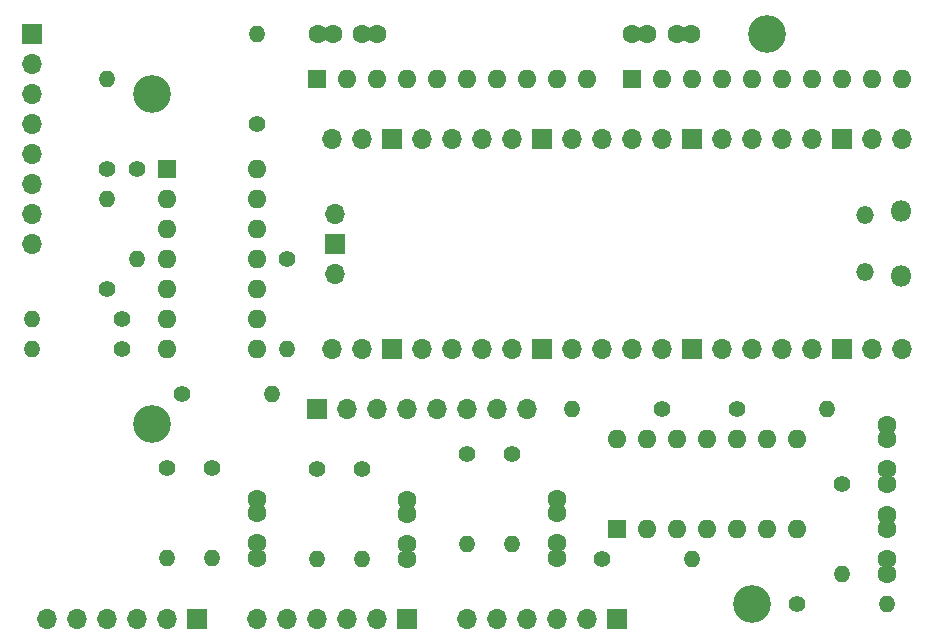
<source format=gbr>
%TF.GenerationSoftware,KiCad,Pcbnew,7.0.7*%
%TF.CreationDate,2024-05-24T10:33:18-04:00*%
%TF.ProjectId,pi-pico-adapter3,70692d70-6963-46f2-9d61-646170746572,rev?*%
%TF.SameCoordinates,PX791ddc0PY791ddc0*%
%TF.FileFunction,Soldermask,Bot*%
%TF.FilePolarity,Negative*%
%FSLAX46Y46*%
G04 Gerber Fmt 4.6, Leading zero omitted, Abs format (unit mm)*
G04 Created by KiCad (PCBNEW 7.0.7) date 2024-05-24 10:33:18*
%MOMM*%
%LPD*%
G01*
G04 APERTURE LIST*
%ADD10C,1.600000*%
%ADD11C,1.400000*%
%ADD12O,1.400000X1.400000*%
%ADD13R,1.600000X1.600000*%
%ADD14O,1.600000X1.600000*%
%ADD15R,1.700000X1.700000*%
%ADD16O,1.700000X1.700000*%
%ADD17C,3.200000*%
%ADD18O,1.800000X1.800000*%
%ADD19O,1.500000X1.500000*%
G04 APERTURE END LIST*
D10*
%TO.C,C4*%
X47930000Y33350000D03*
X47930000Y34600000D03*
X47930000Y37100000D03*
X47930000Y38350000D03*
%TD*%
%TO.C,C6*%
X26340000Y79070000D03*
X27590000Y79070000D03*
X30090000Y79070000D03*
X31340000Y79070000D03*
%TD*%
D11*
%TO.C,R5*%
X28880000Y47320000D03*
D12*
X21260000Y47320000D03*
%TD*%
D11*
%TO.C,R9*%
X-11760000Y48590000D03*
D12*
X-4140000Y48590000D03*
%TD*%
D11*
%TO.C,R16*%
X12370000Y43510000D03*
D12*
X12370000Y35890000D03*
%TD*%
D13*
%TO.C,U2*%
X-13030000Y67640000D03*
D14*
X-13030000Y65100000D03*
X-13030000Y62560000D03*
X-13030000Y60020000D03*
X-13030000Y57480000D03*
X-13030000Y54940000D03*
X-13030000Y52400000D03*
X-5410000Y52400000D03*
X-5410000Y54940000D03*
X-5410000Y57480000D03*
X-5410000Y60020000D03*
X-5410000Y62560000D03*
X-5410000Y65100000D03*
X-5410000Y67640000D03*
%TD*%
D15*
%TO.C,J1*%
X25070000Y29540000D03*
D16*
X22530000Y29540000D03*
X19990000Y29540000D03*
X17450000Y29540000D03*
X14910000Y29540000D03*
X12370000Y29540000D03*
%TD*%
D11*
%TO.C,R19*%
X40310000Y30810000D03*
D12*
X47930000Y30810000D03*
%TD*%
D15*
%TO.C,J3*%
X-24460000Y79070000D03*
D16*
X-24460000Y76530000D03*
X-24460000Y73990000D03*
X-24460000Y71450000D03*
X-24460000Y68910000D03*
X-24460000Y66370000D03*
X-24460000Y63830000D03*
X-24460000Y61290000D03*
%TD*%
D11*
%TO.C,R8*%
X-2870000Y60020000D03*
D12*
X-2870000Y52400000D03*
%TD*%
D11*
%TO.C,R2*%
X-16840000Y52400000D03*
D12*
X-24460000Y52400000D03*
%TD*%
D11*
%TO.C,R4*%
X-18110000Y67640000D03*
D12*
X-18110000Y75260000D03*
%TD*%
D10*
%TO.C,C3*%
X-5410000Y34700000D03*
X-5410000Y35950000D03*
X-5410000Y38450000D03*
X-5410000Y39700000D03*
%TD*%
D11*
%TO.C,R17*%
X16180000Y43510000D03*
D12*
X16180000Y35890000D03*
%TD*%
D15*
%TO.C,J5*%
X-10490000Y29540000D03*
D16*
X-13030000Y29540000D03*
X-15570000Y29540000D03*
X-18110000Y29540000D03*
X-20650000Y29540000D03*
X-23190000Y29540000D03*
%TD*%
D17*
%TO.C,MH1*%
X36500000Y30810000D03*
%TD*%
D10*
%TO.C,C2*%
X7290000Y34620000D03*
X7290000Y35870000D03*
X7290000Y38370000D03*
X7290000Y39620000D03*
%TD*%
D11*
%TO.C,R11*%
X-15570000Y67640000D03*
D12*
X-15570000Y60020000D03*
%TD*%
D10*
%TO.C,C1*%
X19990000Y34700000D03*
X19990000Y35950000D03*
X19990000Y38450000D03*
X19990000Y39700000D03*
%TD*%
D18*
%TO.C,U3*%
X49070000Y64015000D03*
D19*
X46040000Y63715000D03*
X46040000Y58865000D03*
D18*
X49070000Y58565000D03*
D16*
X49200000Y70180000D03*
X46660000Y70180000D03*
D15*
X44120000Y70180000D03*
D16*
X41580000Y70180000D03*
X39040000Y70180000D03*
X36500000Y70180000D03*
X33960000Y70180000D03*
D15*
X31420000Y70180000D03*
D16*
X28880000Y70180000D03*
X26340000Y70180000D03*
X23800000Y70180000D03*
X21260000Y70180000D03*
D15*
X18720000Y70180000D03*
D16*
X16180000Y70180000D03*
X13640000Y70180000D03*
X11100000Y70180000D03*
X8560000Y70180000D03*
D15*
X6020000Y70180000D03*
D16*
X3480000Y70180000D03*
X940000Y70180000D03*
X940000Y52400000D03*
X3480000Y52400000D03*
D15*
X6020000Y52400000D03*
D16*
X8560000Y52400000D03*
X11100000Y52400000D03*
X13640000Y52400000D03*
X16180000Y52400000D03*
D15*
X18720000Y52400000D03*
D16*
X21260000Y52400000D03*
X23800000Y52400000D03*
X26340000Y52400000D03*
X28880000Y52400000D03*
D15*
X31420000Y52400000D03*
D16*
X33960000Y52400000D03*
X36500000Y52400000D03*
X39040000Y52400000D03*
X41580000Y52400000D03*
D15*
X44120000Y52400000D03*
D16*
X46660000Y52400000D03*
X49200000Y52400000D03*
X1170000Y63830000D03*
D15*
X1170000Y61290000D03*
D16*
X1170000Y58750000D03*
%TD*%
D11*
%TO.C,R6*%
X23800000Y34620000D03*
D12*
X31420000Y34620000D03*
%TD*%
D10*
%TO.C,C5*%
X-290000Y79070000D03*
X960000Y79070000D03*
X3460000Y79070000D03*
X4710000Y79070000D03*
%TD*%
%TO.C,C7*%
X47930000Y40970000D03*
X47930000Y42220000D03*
X47930000Y44720000D03*
X47930000Y45970000D03*
%TD*%
D11*
%TO.C,R18*%
X44120000Y40970000D03*
D12*
X44120000Y33350000D03*
%TD*%
D11*
%TO.C,R1*%
X-5410000Y71450000D03*
D12*
X-5410000Y79070000D03*
%TD*%
D11*
%TO.C,R14*%
X-330000Y42240000D03*
D12*
X-330000Y34620000D03*
%TD*%
D13*
%TO.C,U1*%
X25070000Y37160000D03*
D14*
X27610000Y37160000D03*
X30150000Y37160000D03*
X32690000Y37160000D03*
X35230000Y37160000D03*
X37770000Y37160000D03*
X40310000Y37160000D03*
X40310000Y44780000D03*
X37770000Y44780000D03*
X35230000Y44780000D03*
X32690000Y44780000D03*
X30150000Y44780000D03*
X27610000Y44780000D03*
X25070000Y44780000D03*
%TD*%
D11*
%TO.C,R10*%
X-18110000Y57480000D03*
D12*
X-18110000Y65100000D03*
%TD*%
D17*
%TO.C,MH2*%
X37770000Y79070000D03*
%TD*%
D11*
%TO.C,R12*%
X-13030000Y42320000D03*
D12*
X-13030000Y34700000D03*
%TD*%
D13*
%TO.C,RDACA1*%
X26340000Y75260000D03*
D14*
X28880000Y75260000D03*
X31420000Y75260000D03*
X33960000Y75260000D03*
X36500000Y75260000D03*
X39040000Y75260000D03*
X41580000Y75260000D03*
X44120000Y75260000D03*
X46660000Y75260000D03*
X49200000Y75260000D03*
%TD*%
D11*
%TO.C,R13*%
X-9220000Y42320000D03*
D12*
X-9220000Y34700000D03*
%TD*%
D11*
%TO.C,R15*%
X3480000Y42240000D03*
D12*
X3480000Y34620000D03*
%TD*%
D17*
%TO.C,MH3*%
X-14300000Y46050000D03*
%TD*%
D11*
%TO.C,R3*%
X-16840000Y54940000D03*
D12*
X-24460000Y54940000D03*
%TD*%
D17*
%TO.C,MH4*%
X-14300000Y73990000D03*
%TD*%
D11*
%TO.C,R7*%
X35230000Y47320000D03*
D12*
X42850000Y47320000D03*
%TD*%
D15*
%TO.C,J2*%
X7290000Y29540000D03*
D16*
X4750000Y29540000D03*
X2210000Y29540000D03*
X-330000Y29540000D03*
X-2870000Y29540000D03*
X-5410000Y29540000D03*
%TD*%
D15*
%TO.C,J4*%
X-330000Y47320000D03*
D16*
X2210000Y47320000D03*
X4750000Y47320000D03*
X7290000Y47320000D03*
X9830000Y47320000D03*
X12370000Y47320000D03*
X14910000Y47320000D03*
X17450000Y47320000D03*
%TD*%
D13*
%TO.C,RDACB1*%
X-330000Y75260000D03*
D14*
X2210000Y75260000D03*
X4750000Y75260000D03*
X7290000Y75260000D03*
X9830000Y75260000D03*
X12370000Y75260000D03*
X14910000Y75260000D03*
X17450000Y75260000D03*
X19990000Y75260000D03*
X22530000Y75260000D03*
%TD*%
M02*

</source>
